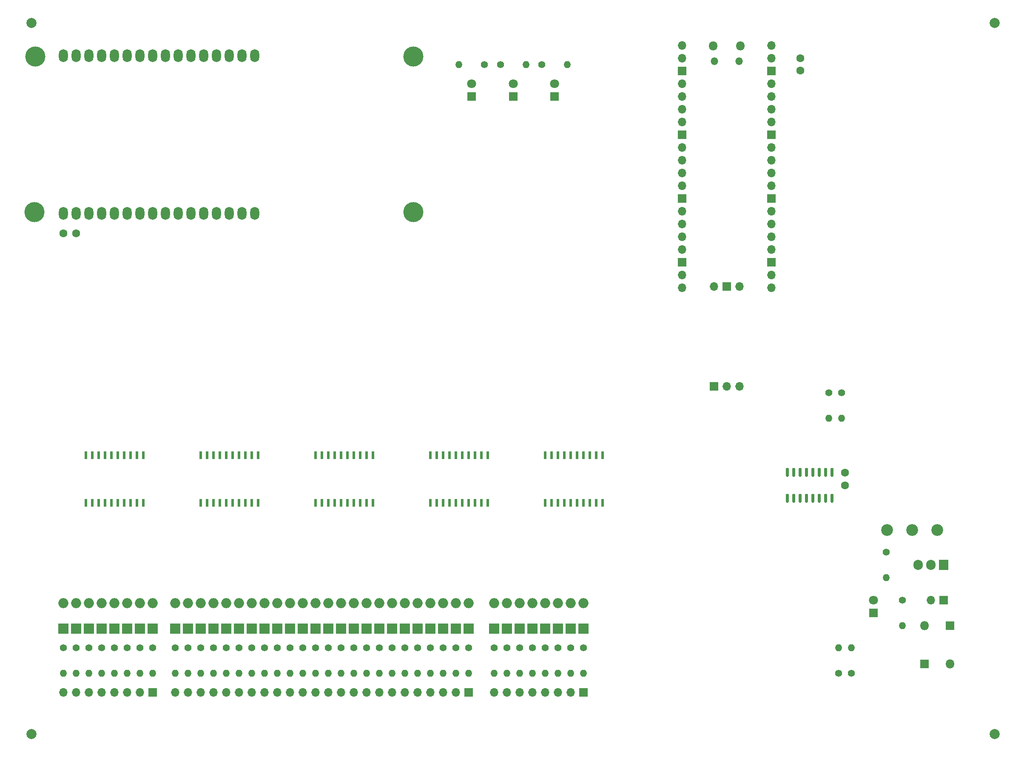
<source format=gbr>
%TF.GenerationSoftware,KiCad,Pcbnew,(5.1.10)-1*%
%TF.CreationDate,2021-08-27T16:10:25+02:00*%
%TF.ProjectId,LCD Bus Reader,4c434420-4275-4732-9052-65616465722e,rev?*%
%TF.SameCoordinates,Original*%
%TF.FileFunction,Soldermask,Bot*%
%TF.FilePolarity,Negative*%
%FSLAX46Y46*%
G04 Gerber Fmt 4.6, Leading zero omitted, Abs format (unit mm)*
G04 Created by KiCad (PCBNEW (5.1.10)-1) date 2021-08-27 16:10:25*
%MOMM*%
%LPD*%
G01*
G04 APERTURE LIST*
%ADD10O,1.400000X1.400000*%
%ADD11C,1.400000*%
%ADD12O,1.800000X2.600000*%
%ADD13C,4.000000*%
%ADD14C,2.000000*%
%ADD15O,2.000000X2.000000*%
%ADD16R,2.000000X2.000000*%
%ADD17C,1.800000*%
%ADD18R,1.800000X1.800000*%
%ADD19C,1.600000*%
%ADD20R,0.600000X1.500000*%
%ADD21O,1.700000X1.700000*%
%ADD22R,1.700000X1.700000*%
%ADD23O,1.500000X1.500000*%
%ADD24O,1.800000X1.800000*%
%ADD25O,1.905000X2.000000*%
%ADD26R,1.905000X2.000000*%
%ADD27C,2.340000*%
G04 APERTURE END LIST*
D10*
%TO.C,R49*%
X211455000Y-97155000D03*
D11*
X211455000Y-92075000D03*
%TD*%
D10*
%TO.C,R48*%
X213360000Y-142875000D03*
D11*
X213360000Y-147955000D03*
%TD*%
D10*
%TO.C,R47*%
X210820000Y-142875000D03*
D11*
X210820000Y-147955000D03*
%TD*%
D10*
%TO.C,R46*%
X208915000Y-97155000D03*
D11*
X208915000Y-92075000D03*
%TD*%
D12*
%TO.C,U2*%
X66674000Y-56285000D03*
X89534000Y-56285000D03*
X86999080Y-56287540D03*
X92074000Y-56285000D03*
X59054000Y-56285000D03*
X74294000Y-56285000D03*
X61594000Y-56285000D03*
X94619080Y-56287540D03*
X76834000Y-56285000D03*
X69214000Y-56285000D03*
X56514000Y-56285000D03*
X64134000Y-56285000D03*
X84454000Y-56285000D03*
X81914000Y-56285000D03*
X71754000Y-56285000D03*
X79374000Y-56285000D03*
D13*
X50934000Y-25082000D03*
X50754000Y-56082000D03*
X126174000Y-56082000D03*
X126174000Y-25082000D03*
D12*
X94619080Y-24934540D03*
X92074000Y-24932000D03*
X89534000Y-24932000D03*
X86999080Y-24934540D03*
X84454000Y-24932000D03*
X81914000Y-24932000D03*
X79374000Y-24932000D03*
X76834000Y-24932000D03*
X74294000Y-24932000D03*
X71754000Y-24932000D03*
X69214000Y-24932000D03*
X66674000Y-24932000D03*
X64134000Y-24932000D03*
X61594000Y-24932000D03*
X59054000Y-24932000D03*
X56514000Y-24932000D03*
%TD*%
D14*
%TO.C,REF\u002A\u002A*%
X241935000Y-160020000D03*
%TD*%
%TO.C,REF\u002A\u002A*%
X50165000Y-160020000D03*
%TD*%
%TO.C,REF\u002A\u002A*%
X50165000Y-18415000D03*
%TD*%
%TO.C,REF\u002A\u002A*%
X241935000Y-18415000D03*
%TD*%
D15*
%TO.C,D46*%
X142240000Y-133985000D03*
D16*
X142240000Y-139065000D03*
%TD*%
D15*
%TO.C,D45*%
X144780000Y-133985000D03*
D16*
X144780000Y-139065000D03*
%TD*%
D15*
%TO.C,D44*%
X147320000Y-133985000D03*
D16*
X147320000Y-139065000D03*
%TD*%
D15*
%TO.C,D43*%
X149860000Y-133985000D03*
D16*
X149860000Y-139065000D03*
%TD*%
D15*
%TO.C,D42*%
X152400000Y-133985000D03*
D16*
X152400000Y-139065000D03*
%TD*%
D15*
%TO.C,D41*%
X154940000Y-133985000D03*
D16*
X154940000Y-139065000D03*
%TD*%
D15*
%TO.C,D40*%
X157480000Y-133985000D03*
D16*
X157480000Y-139065000D03*
%TD*%
D15*
%TO.C,D39*%
X160020000Y-133985000D03*
D16*
X160020000Y-139065000D03*
%TD*%
D15*
%TO.C,D38*%
X56515000Y-133985000D03*
D16*
X56515000Y-139065000D03*
%TD*%
D15*
%TO.C,D37*%
X59055000Y-133985000D03*
D16*
X59055000Y-139065000D03*
%TD*%
D15*
%TO.C,D36*%
X61595000Y-133985000D03*
D16*
X61595000Y-139065000D03*
%TD*%
D15*
%TO.C,D35*%
X64135000Y-133985000D03*
D16*
X64135000Y-139065000D03*
%TD*%
D15*
%TO.C,D34*%
X66675000Y-133985000D03*
D16*
X66675000Y-139065000D03*
%TD*%
D15*
%TO.C,D33*%
X69215000Y-133985000D03*
D16*
X69215000Y-139065000D03*
%TD*%
D15*
%TO.C,D32*%
X71755000Y-133985000D03*
D16*
X71755000Y-139065000D03*
%TD*%
D15*
%TO.C,D31*%
X74295000Y-133985000D03*
D16*
X74295000Y-139065000D03*
%TD*%
D15*
%TO.C,D30*%
X78740000Y-133985000D03*
D16*
X78740000Y-139065000D03*
%TD*%
D15*
%TO.C,D29*%
X81280000Y-133985000D03*
D16*
X81280000Y-139065000D03*
%TD*%
D15*
%TO.C,D28*%
X83820000Y-133985000D03*
D16*
X83820000Y-139065000D03*
%TD*%
D15*
%TO.C,D27*%
X86360000Y-133985000D03*
D16*
X86360000Y-139065000D03*
%TD*%
D15*
%TO.C,D26*%
X88900000Y-133985000D03*
D16*
X88900000Y-139065000D03*
%TD*%
D15*
%TO.C,D25*%
X91440000Y-133985000D03*
D16*
X91440000Y-139065000D03*
%TD*%
D15*
%TO.C,D24*%
X93980000Y-133985000D03*
D16*
X93980000Y-139065000D03*
%TD*%
D15*
%TO.C,D23*%
X96520000Y-133985000D03*
D16*
X96520000Y-139065000D03*
%TD*%
D15*
%TO.C,D22*%
X99060000Y-133985000D03*
D16*
X99060000Y-139065000D03*
%TD*%
D15*
%TO.C,D21*%
X101600000Y-133985000D03*
D16*
X101600000Y-139065000D03*
%TD*%
D15*
%TO.C,D20*%
X104140000Y-133985000D03*
D16*
X104140000Y-139065000D03*
%TD*%
D15*
%TO.C,D19*%
X106680000Y-133985000D03*
D16*
X106680000Y-139065000D03*
%TD*%
D15*
%TO.C,D18*%
X109220000Y-133985000D03*
D16*
X109220000Y-139065000D03*
%TD*%
D15*
%TO.C,D17*%
X111760000Y-133985000D03*
D16*
X111760000Y-139065000D03*
%TD*%
D15*
%TO.C,D16*%
X114300000Y-133985000D03*
D16*
X114300000Y-139065000D03*
%TD*%
D15*
%TO.C,D15*%
X116840000Y-133985000D03*
D16*
X116840000Y-139065000D03*
%TD*%
D15*
%TO.C,D14*%
X119380000Y-133985000D03*
D16*
X119380000Y-139065000D03*
%TD*%
D15*
%TO.C,D13*%
X121920000Y-133985000D03*
D16*
X121920000Y-139065000D03*
%TD*%
D15*
%TO.C,D12*%
X124460000Y-133985000D03*
D16*
X124460000Y-139065000D03*
%TD*%
D15*
%TO.C,D11*%
X127000000Y-133985000D03*
D16*
X127000000Y-139065000D03*
%TD*%
D15*
%TO.C,D10*%
X129540000Y-133985000D03*
D16*
X129540000Y-139065000D03*
%TD*%
D15*
%TO.C,D9*%
X132080000Y-133985000D03*
D16*
X132080000Y-139065000D03*
%TD*%
D15*
%TO.C,D8*%
X134620000Y-133985000D03*
D16*
X134620000Y-139065000D03*
%TD*%
D15*
%TO.C,D7*%
X137160000Y-133985000D03*
D16*
X137160000Y-139065000D03*
%TD*%
D10*
%TO.C,R45*%
X135255000Y-26670000D03*
D11*
X140335000Y-26670000D03*
%TD*%
D10*
%TO.C,R44*%
X148590000Y-26670000D03*
D11*
X143510000Y-26670000D03*
%TD*%
D10*
%TO.C,R43*%
X156845000Y-26670000D03*
D11*
X151765000Y-26670000D03*
%TD*%
D17*
%TO.C,D6*%
X137795000Y-30480000D03*
D18*
X137795000Y-33020000D03*
%TD*%
D17*
%TO.C,D5*%
X146050000Y-30480000D03*
D18*
X146050000Y-33020000D03*
%TD*%
D17*
%TO.C,D4*%
X154305000Y-30480000D03*
D18*
X154305000Y-33020000D03*
%TD*%
D19*
%TO.C,C1*%
X56555000Y-60325000D03*
X59055000Y-60325000D03*
%TD*%
D20*
%TO.C,U9*%
X163830000Y-104470000D03*
X162560000Y-104470000D03*
X161290000Y-104470000D03*
X160020000Y-104470000D03*
X158750000Y-104470000D03*
X157480000Y-104470000D03*
X156210000Y-104470000D03*
X154940000Y-104470000D03*
X153670000Y-104470000D03*
X152400000Y-104470000D03*
X152400000Y-113970000D03*
X153670000Y-113970000D03*
X154940000Y-113970000D03*
X156210000Y-113970000D03*
X163830000Y-113970000D03*
X162560000Y-113970000D03*
X161290000Y-113970000D03*
X160020000Y-113970000D03*
X158750000Y-113970000D03*
X157480000Y-113970000D03*
%TD*%
D10*
%TO.C,R42*%
X142240000Y-147955000D03*
D11*
X142240000Y-142875000D03*
%TD*%
D10*
%TO.C,R41*%
X144780000Y-147955000D03*
D11*
X144780000Y-142875000D03*
%TD*%
D10*
%TO.C,R40*%
X147320000Y-147955000D03*
D11*
X147320000Y-142875000D03*
%TD*%
D10*
%TO.C,R39*%
X149860000Y-147955000D03*
D11*
X149860000Y-142875000D03*
%TD*%
D10*
%TO.C,R38*%
X152400000Y-147955000D03*
D11*
X152400000Y-142875000D03*
%TD*%
D10*
%TO.C,R37*%
X154940000Y-147955000D03*
D11*
X154940000Y-142875000D03*
%TD*%
D10*
%TO.C,R36*%
X157480000Y-147955000D03*
D11*
X157480000Y-142875000D03*
%TD*%
D10*
%TO.C,R35*%
X160020000Y-147955000D03*
D11*
X160020000Y-142875000D03*
%TD*%
D21*
%TO.C,J5*%
X142240000Y-151765000D03*
X144780000Y-151765000D03*
X147320000Y-151765000D03*
X149860000Y-151765000D03*
X152400000Y-151765000D03*
X154940000Y-151765000D03*
X157480000Y-151765000D03*
D22*
X160020000Y-151765000D03*
%TD*%
D21*
%TO.C,J4*%
X56515000Y-151765000D03*
X59055000Y-151765000D03*
X61595000Y-151765000D03*
X64135000Y-151765000D03*
X66675000Y-151765000D03*
X69215000Y-151765000D03*
X71755000Y-151765000D03*
D22*
X74295000Y-151765000D03*
%TD*%
D21*
%TO.C,J3*%
X191135000Y-90805000D03*
X188595000Y-90805000D03*
D22*
X186055000Y-90805000D03*
%TD*%
D21*
%TO.C,J2*%
X78740000Y-151765000D03*
X81280000Y-151765000D03*
X83820000Y-151765000D03*
X86360000Y-151765000D03*
X88900000Y-151765000D03*
X91440000Y-151765000D03*
X93980000Y-151765000D03*
X96520000Y-151765000D03*
X99060000Y-151765000D03*
X101600000Y-151765000D03*
X104140000Y-151765000D03*
X106680000Y-151765000D03*
X109220000Y-151765000D03*
X111760000Y-151765000D03*
X114300000Y-151765000D03*
X116840000Y-151765000D03*
X119380000Y-151765000D03*
X121920000Y-151765000D03*
X124460000Y-151765000D03*
X127000000Y-151765000D03*
X129540000Y-151765000D03*
X132080000Y-151765000D03*
X134620000Y-151765000D03*
D22*
X137160000Y-151765000D03*
%TD*%
D21*
%TO.C,U1*%
X191135000Y-70890000D03*
D22*
X188595000Y-70890000D03*
D21*
X186055000Y-70890000D03*
D23*
X191020000Y-26020000D03*
X186170000Y-26020000D03*
D24*
X191320000Y-22990000D03*
X185870000Y-22990000D03*
D21*
X197485000Y-22860000D03*
X197485000Y-25400000D03*
D22*
X197485000Y-27940000D03*
D21*
X197485000Y-30480000D03*
X197485000Y-33020000D03*
X197485000Y-35560000D03*
X197485000Y-38100000D03*
D22*
X197485000Y-40640000D03*
D21*
X197485000Y-43180000D03*
X197485000Y-45720000D03*
X197485000Y-48260000D03*
X197485000Y-50800000D03*
D22*
X197485000Y-53340000D03*
D21*
X197485000Y-55880000D03*
X197485000Y-58420000D03*
X197485000Y-60960000D03*
X197485000Y-63500000D03*
D22*
X197485000Y-66040000D03*
D21*
X197485000Y-68580000D03*
X197485000Y-71120000D03*
X179705000Y-71120000D03*
X179705000Y-68580000D03*
D22*
X179705000Y-66040000D03*
D21*
X179705000Y-63500000D03*
X179705000Y-60960000D03*
X179705000Y-58420000D03*
X179705000Y-55880000D03*
D22*
X179705000Y-53340000D03*
D21*
X179705000Y-50800000D03*
X179705000Y-48260000D03*
X179705000Y-45720000D03*
X179705000Y-43180000D03*
D22*
X179705000Y-40640000D03*
D21*
X179705000Y-38100000D03*
X179705000Y-35560000D03*
X179705000Y-33020000D03*
X179705000Y-30480000D03*
D22*
X179705000Y-27940000D03*
D21*
X179705000Y-25400000D03*
X179705000Y-22860000D03*
%TD*%
D20*
%TO.C,U8*%
X72390000Y-104470000D03*
X71120000Y-104470000D03*
X69850000Y-104470000D03*
X68580000Y-104470000D03*
X67310000Y-104470000D03*
X66040000Y-104470000D03*
X64770000Y-104470000D03*
X63500000Y-104470000D03*
X62230000Y-104470000D03*
X60960000Y-104470000D03*
X60960000Y-113970000D03*
X62230000Y-113970000D03*
X63500000Y-113970000D03*
X64770000Y-113970000D03*
X72390000Y-113970000D03*
X71120000Y-113970000D03*
X69850000Y-113970000D03*
X68580000Y-113970000D03*
X67310000Y-113970000D03*
X66040000Y-113970000D03*
%TD*%
%TO.C,U7*%
X95250000Y-104470000D03*
X93980000Y-104470000D03*
X92710000Y-104470000D03*
X91440000Y-104470000D03*
X90170000Y-104470000D03*
X88900000Y-104470000D03*
X87630000Y-104470000D03*
X86360000Y-104470000D03*
X85090000Y-104470000D03*
X83820000Y-104470000D03*
X83820000Y-113970000D03*
X85090000Y-113970000D03*
X86360000Y-113970000D03*
X87630000Y-113970000D03*
X95250000Y-113970000D03*
X93980000Y-113970000D03*
X92710000Y-113970000D03*
X91440000Y-113970000D03*
X90170000Y-113970000D03*
X88900000Y-113970000D03*
%TD*%
%TO.C,U6*%
X140970000Y-104470000D03*
X139700000Y-104470000D03*
X138430000Y-104470000D03*
X137160000Y-104470000D03*
X135890000Y-104470000D03*
X134620000Y-104470000D03*
X133350000Y-104470000D03*
X132080000Y-104470000D03*
X130810000Y-104470000D03*
X129540000Y-104470000D03*
X129540000Y-113970000D03*
X130810000Y-113970000D03*
X132080000Y-113970000D03*
X133350000Y-113970000D03*
X140970000Y-113970000D03*
X139700000Y-113970000D03*
X138430000Y-113970000D03*
X137160000Y-113970000D03*
X135890000Y-113970000D03*
X134620000Y-113970000D03*
%TD*%
%TO.C,U5*%
G36*
G01*
X200510000Y-112190000D02*
X200810000Y-112190000D01*
G75*
G02*
X200960000Y-112340000I0J-150000D01*
G01*
X200960000Y-113790000D01*
G75*
G02*
X200810000Y-113940000I-150000J0D01*
G01*
X200510000Y-113940000D01*
G75*
G02*
X200360000Y-113790000I0J150000D01*
G01*
X200360000Y-112340000D01*
G75*
G02*
X200510000Y-112190000I150000J0D01*
G01*
G37*
G36*
G01*
X201780000Y-112190000D02*
X202080000Y-112190000D01*
G75*
G02*
X202230000Y-112340000I0J-150000D01*
G01*
X202230000Y-113790000D01*
G75*
G02*
X202080000Y-113940000I-150000J0D01*
G01*
X201780000Y-113940000D01*
G75*
G02*
X201630000Y-113790000I0J150000D01*
G01*
X201630000Y-112340000D01*
G75*
G02*
X201780000Y-112190000I150000J0D01*
G01*
G37*
G36*
G01*
X203050000Y-112190000D02*
X203350000Y-112190000D01*
G75*
G02*
X203500000Y-112340000I0J-150000D01*
G01*
X203500000Y-113790000D01*
G75*
G02*
X203350000Y-113940000I-150000J0D01*
G01*
X203050000Y-113940000D01*
G75*
G02*
X202900000Y-113790000I0J150000D01*
G01*
X202900000Y-112340000D01*
G75*
G02*
X203050000Y-112190000I150000J0D01*
G01*
G37*
G36*
G01*
X204320000Y-112190000D02*
X204620000Y-112190000D01*
G75*
G02*
X204770000Y-112340000I0J-150000D01*
G01*
X204770000Y-113790000D01*
G75*
G02*
X204620000Y-113940000I-150000J0D01*
G01*
X204320000Y-113940000D01*
G75*
G02*
X204170000Y-113790000I0J150000D01*
G01*
X204170000Y-112340000D01*
G75*
G02*
X204320000Y-112190000I150000J0D01*
G01*
G37*
G36*
G01*
X205590000Y-112190000D02*
X205890000Y-112190000D01*
G75*
G02*
X206040000Y-112340000I0J-150000D01*
G01*
X206040000Y-113790000D01*
G75*
G02*
X205890000Y-113940000I-150000J0D01*
G01*
X205590000Y-113940000D01*
G75*
G02*
X205440000Y-113790000I0J150000D01*
G01*
X205440000Y-112340000D01*
G75*
G02*
X205590000Y-112190000I150000J0D01*
G01*
G37*
G36*
G01*
X206860000Y-112190000D02*
X207160000Y-112190000D01*
G75*
G02*
X207310000Y-112340000I0J-150000D01*
G01*
X207310000Y-113790000D01*
G75*
G02*
X207160000Y-113940000I-150000J0D01*
G01*
X206860000Y-113940000D01*
G75*
G02*
X206710000Y-113790000I0J150000D01*
G01*
X206710000Y-112340000D01*
G75*
G02*
X206860000Y-112190000I150000J0D01*
G01*
G37*
G36*
G01*
X208130000Y-112190000D02*
X208430000Y-112190000D01*
G75*
G02*
X208580000Y-112340000I0J-150000D01*
G01*
X208580000Y-113790000D01*
G75*
G02*
X208430000Y-113940000I-150000J0D01*
G01*
X208130000Y-113940000D01*
G75*
G02*
X207980000Y-113790000I0J150000D01*
G01*
X207980000Y-112340000D01*
G75*
G02*
X208130000Y-112190000I150000J0D01*
G01*
G37*
G36*
G01*
X209400000Y-112190000D02*
X209700000Y-112190000D01*
G75*
G02*
X209850000Y-112340000I0J-150000D01*
G01*
X209850000Y-113790000D01*
G75*
G02*
X209700000Y-113940000I-150000J0D01*
G01*
X209400000Y-113940000D01*
G75*
G02*
X209250000Y-113790000I0J150000D01*
G01*
X209250000Y-112340000D01*
G75*
G02*
X209400000Y-112190000I150000J0D01*
G01*
G37*
G36*
G01*
X209400000Y-107040000D02*
X209700000Y-107040000D01*
G75*
G02*
X209850000Y-107190000I0J-150000D01*
G01*
X209850000Y-108640000D01*
G75*
G02*
X209700000Y-108790000I-150000J0D01*
G01*
X209400000Y-108790000D01*
G75*
G02*
X209250000Y-108640000I0J150000D01*
G01*
X209250000Y-107190000D01*
G75*
G02*
X209400000Y-107040000I150000J0D01*
G01*
G37*
G36*
G01*
X208130000Y-107040000D02*
X208430000Y-107040000D01*
G75*
G02*
X208580000Y-107190000I0J-150000D01*
G01*
X208580000Y-108640000D01*
G75*
G02*
X208430000Y-108790000I-150000J0D01*
G01*
X208130000Y-108790000D01*
G75*
G02*
X207980000Y-108640000I0J150000D01*
G01*
X207980000Y-107190000D01*
G75*
G02*
X208130000Y-107040000I150000J0D01*
G01*
G37*
G36*
G01*
X206860000Y-107040000D02*
X207160000Y-107040000D01*
G75*
G02*
X207310000Y-107190000I0J-150000D01*
G01*
X207310000Y-108640000D01*
G75*
G02*
X207160000Y-108790000I-150000J0D01*
G01*
X206860000Y-108790000D01*
G75*
G02*
X206710000Y-108640000I0J150000D01*
G01*
X206710000Y-107190000D01*
G75*
G02*
X206860000Y-107040000I150000J0D01*
G01*
G37*
G36*
G01*
X205590000Y-107040000D02*
X205890000Y-107040000D01*
G75*
G02*
X206040000Y-107190000I0J-150000D01*
G01*
X206040000Y-108640000D01*
G75*
G02*
X205890000Y-108790000I-150000J0D01*
G01*
X205590000Y-108790000D01*
G75*
G02*
X205440000Y-108640000I0J150000D01*
G01*
X205440000Y-107190000D01*
G75*
G02*
X205590000Y-107040000I150000J0D01*
G01*
G37*
G36*
G01*
X204320000Y-107040000D02*
X204620000Y-107040000D01*
G75*
G02*
X204770000Y-107190000I0J-150000D01*
G01*
X204770000Y-108640000D01*
G75*
G02*
X204620000Y-108790000I-150000J0D01*
G01*
X204320000Y-108790000D01*
G75*
G02*
X204170000Y-108640000I0J150000D01*
G01*
X204170000Y-107190000D01*
G75*
G02*
X204320000Y-107040000I150000J0D01*
G01*
G37*
G36*
G01*
X203050000Y-107040000D02*
X203350000Y-107040000D01*
G75*
G02*
X203500000Y-107190000I0J-150000D01*
G01*
X203500000Y-108640000D01*
G75*
G02*
X203350000Y-108790000I-150000J0D01*
G01*
X203050000Y-108790000D01*
G75*
G02*
X202900000Y-108640000I0J150000D01*
G01*
X202900000Y-107190000D01*
G75*
G02*
X203050000Y-107040000I150000J0D01*
G01*
G37*
G36*
G01*
X201780000Y-107040000D02*
X202080000Y-107040000D01*
G75*
G02*
X202230000Y-107190000I0J-150000D01*
G01*
X202230000Y-108640000D01*
G75*
G02*
X202080000Y-108790000I-150000J0D01*
G01*
X201780000Y-108790000D01*
G75*
G02*
X201630000Y-108640000I0J150000D01*
G01*
X201630000Y-107190000D01*
G75*
G02*
X201780000Y-107040000I150000J0D01*
G01*
G37*
G36*
G01*
X200510000Y-107040000D02*
X200810000Y-107040000D01*
G75*
G02*
X200960000Y-107190000I0J-150000D01*
G01*
X200960000Y-108640000D01*
G75*
G02*
X200810000Y-108790000I-150000J0D01*
G01*
X200510000Y-108790000D01*
G75*
G02*
X200360000Y-108640000I0J150000D01*
G01*
X200360000Y-107190000D01*
G75*
G02*
X200510000Y-107040000I150000J0D01*
G01*
G37*
%TD*%
%TO.C,U4*%
X118110000Y-104470000D03*
X116840000Y-104470000D03*
X115570000Y-104470000D03*
X114300000Y-104470000D03*
X113030000Y-104470000D03*
X111760000Y-104470000D03*
X110490000Y-104470000D03*
X109220000Y-104470000D03*
X107950000Y-104470000D03*
X106680000Y-104470000D03*
X106680000Y-113970000D03*
X107950000Y-113970000D03*
X109220000Y-113970000D03*
X110490000Y-113970000D03*
X118110000Y-113970000D03*
X116840000Y-113970000D03*
X115570000Y-113970000D03*
X114300000Y-113970000D03*
X113030000Y-113970000D03*
X111760000Y-113970000D03*
%TD*%
D25*
%TO.C,U3*%
X226695000Y-126365000D03*
X229235000Y-126365000D03*
D26*
X231775000Y-126365000D03*
%TD*%
D10*
%TO.C,R34*%
X56515000Y-147955000D03*
D11*
X56515000Y-142875000D03*
%TD*%
D10*
%TO.C,R33*%
X59055000Y-147955000D03*
D11*
X59055000Y-142875000D03*
%TD*%
D10*
%TO.C,R32*%
X61595000Y-147955000D03*
D11*
X61595000Y-142875000D03*
%TD*%
D10*
%TO.C,R31*%
X64135000Y-147955000D03*
D11*
X64135000Y-142875000D03*
%TD*%
D10*
%TO.C,R30*%
X66675000Y-147955000D03*
D11*
X66675000Y-142875000D03*
%TD*%
D10*
%TO.C,R29*%
X69215000Y-147955000D03*
D11*
X69215000Y-142875000D03*
%TD*%
D10*
%TO.C,R28*%
X71755000Y-147955000D03*
D11*
X71755000Y-142875000D03*
%TD*%
D10*
%TO.C,R27*%
X74295000Y-147955000D03*
D11*
X74295000Y-142875000D03*
%TD*%
D10*
%TO.C,R26*%
X78740000Y-147955000D03*
D11*
X78740000Y-142875000D03*
%TD*%
D10*
%TO.C,R25*%
X81280000Y-147955000D03*
D11*
X81280000Y-142875000D03*
%TD*%
D10*
%TO.C,R24*%
X83820000Y-147955000D03*
D11*
X83820000Y-142875000D03*
%TD*%
D10*
%TO.C,R23*%
X86360000Y-147955000D03*
D11*
X86360000Y-142875000D03*
%TD*%
D10*
%TO.C,R22*%
X88900000Y-147955000D03*
D11*
X88900000Y-142875000D03*
%TD*%
D10*
%TO.C,R21*%
X91440000Y-147955000D03*
D11*
X91440000Y-142875000D03*
%TD*%
D10*
%TO.C,R20*%
X93980000Y-147955000D03*
D11*
X93980000Y-142875000D03*
%TD*%
D10*
%TO.C,R19*%
X96520000Y-147955000D03*
D11*
X96520000Y-142875000D03*
%TD*%
D10*
%TO.C,R18*%
X99060000Y-147955000D03*
D11*
X99060000Y-142875000D03*
%TD*%
D10*
%TO.C,R17*%
X101600000Y-147955000D03*
D11*
X101600000Y-142875000D03*
%TD*%
D10*
%TO.C,R16*%
X104140000Y-147955000D03*
D11*
X104140000Y-142875000D03*
%TD*%
D10*
%TO.C,R15*%
X106680000Y-147955000D03*
D11*
X106680000Y-142875000D03*
%TD*%
D10*
%TO.C,R14*%
X109220000Y-147955000D03*
D11*
X109220000Y-142875000D03*
%TD*%
D10*
%TO.C,R13*%
X111760000Y-147955000D03*
D11*
X111760000Y-142875000D03*
%TD*%
D10*
%TO.C,R12*%
X114300000Y-147955000D03*
D11*
X114300000Y-142875000D03*
%TD*%
D10*
%TO.C,R11*%
X116840000Y-147955000D03*
D11*
X116840000Y-142875000D03*
%TD*%
D10*
%TO.C,R10*%
X119380000Y-147955000D03*
D11*
X119380000Y-142875000D03*
%TD*%
D10*
%TO.C,R9*%
X121920000Y-147955000D03*
D11*
X121920000Y-142875000D03*
%TD*%
D10*
%TO.C,R8*%
X124460000Y-147955000D03*
D11*
X124460000Y-142875000D03*
%TD*%
D10*
%TO.C,R7*%
X127000000Y-147955000D03*
D11*
X127000000Y-142875000D03*
%TD*%
D10*
%TO.C,R6*%
X129540000Y-147955000D03*
D11*
X129540000Y-142875000D03*
%TD*%
D10*
%TO.C,R5*%
X132080000Y-147955000D03*
D11*
X132080000Y-142875000D03*
%TD*%
D10*
%TO.C,R4*%
X134620000Y-147955000D03*
D11*
X134620000Y-142875000D03*
%TD*%
D10*
%TO.C,R3*%
X137160000Y-147955000D03*
D11*
X137160000Y-142875000D03*
%TD*%
D10*
%TO.C,R2*%
X220345000Y-128905000D03*
D11*
X220345000Y-123825000D03*
%TD*%
D17*
%TO.C,D3*%
X217805000Y-133350000D03*
D18*
X217805000Y-135890000D03*
%TD*%
D19*
%TO.C,C3*%
X212090000Y-107990000D03*
X212090000Y-110490000D03*
%TD*%
%TO.C,C2*%
X203200000Y-27900000D03*
X203200000Y-25400000D03*
%TD*%
D18*
%TO.C,D2*%
X233045000Y-138430000D03*
D24*
X233045000Y-146050000D03*
%TD*%
D11*
%TO.C,R1*%
X223520000Y-133350000D03*
D10*
X223520000Y-138430000D03*
%TD*%
D27*
%TO.C,RV1*%
X220505000Y-119380000D03*
X225505000Y-119380000D03*
X230505000Y-119380000D03*
%TD*%
D24*
%TO.C,D1*%
X227965000Y-138430000D03*
D18*
X227965000Y-146050000D03*
%TD*%
D22*
%TO.C,J1*%
X231775000Y-133350000D03*
D21*
X229235000Y-133350000D03*
%TD*%
M02*

</source>
